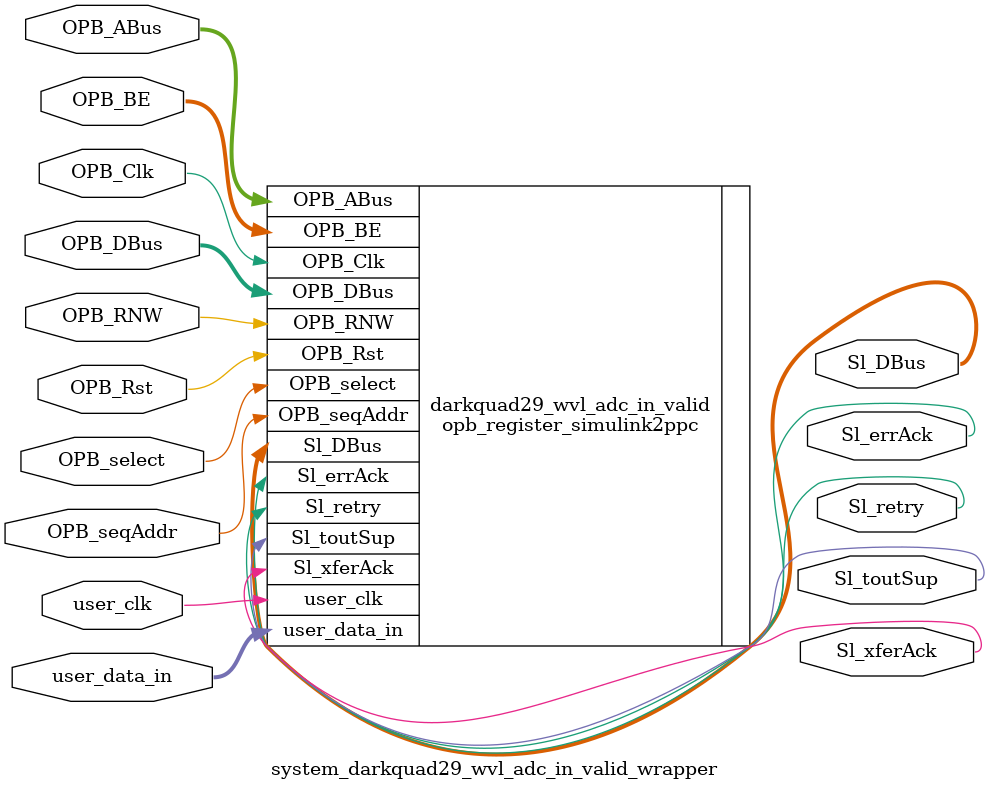
<source format=v>

module system_darkquad29_wvl_adc_in_valid_wrapper
  (
    OPB_Clk,
    OPB_Rst,
    Sl_DBus,
    Sl_errAck,
    Sl_retry,
    Sl_toutSup,
    Sl_xferAck,
    OPB_ABus,
    OPB_BE,
    OPB_DBus,
    OPB_RNW,
    OPB_select,
    OPB_seqAddr,
    user_data_in,
    user_clk
  );
  input OPB_Clk;
  input OPB_Rst;
  output [0:31] Sl_DBus;
  output Sl_errAck;
  output Sl_retry;
  output Sl_toutSup;
  output Sl_xferAck;
  input [0:31] OPB_ABus;
  input [0:3] OPB_BE;
  input [0:31] OPB_DBus;
  input OPB_RNW;
  input OPB_select;
  input OPB_seqAddr;
  input [31:0] user_data_in;
  input user_clk;

  opb_register_simulink2ppc
    #(
      .C_BASEADDR ( 32'h01100000 ),
      .C_HIGHADDR ( 32'h011000FF ),
      .C_OPB_AWIDTH ( 32 ),
      .C_OPB_DWIDTH ( 32 ),
      .C_FAMILY ( "virtex6" )
    )
    darkquad29_wvl_adc_in_valid (
      .OPB_Clk ( OPB_Clk ),
      .OPB_Rst ( OPB_Rst ),
      .Sl_DBus ( Sl_DBus ),
      .Sl_errAck ( Sl_errAck ),
      .Sl_retry ( Sl_retry ),
      .Sl_toutSup ( Sl_toutSup ),
      .Sl_xferAck ( Sl_xferAck ),
      .OPB_ABus ( OPB_ABus ),
      .OPB_BE ( OPB_BE ),
      .OPB_DBus ( OPB_DBus ),
      .OPB_RNW ( OPB_RNW ),
      .OPB_select ( OPB_select ),
      .OPB_seqAddr ( OPB_seqAddr ),
      .user_data_in ( user_data_in ),
      .user_clk ( user_clk )
    );

endmodule


</source>
